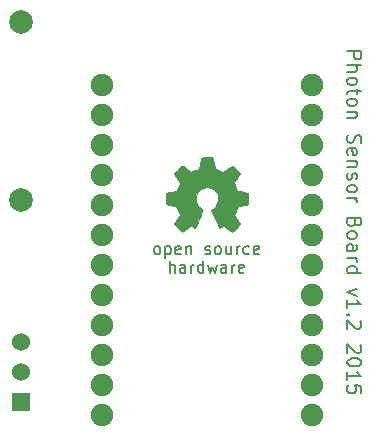
<source format=gts>
G04 #@! TF.FileFunction,Soldermask,Top*
%FSLAX46Y46*%
G04 Gerber Fmt 4.6, Leading zero omitted, Abs format (unit mm)*
G04 Created by KiCad (PCBNEW (2015-11-24 BZR 6329, Git e511afd)-product) date Die 01 Dez 2015 10:43:08 CET*
%MOMM*%
G01*
G04 APERTURE LIST*
%ADD10C,0.150000*%
%ADD11C,0.200000*%
%ADD12C,0.002540*%
%ADD13C,1.900000*%
%ADD14R,1.524000X1.524000*%
%ADD15C,1.524000*%
%ADD16C,1.998980*%
G04 APERTURE END LIST*
D10*
D11*
X141951143Y-75966858D02*
X143151143Y-75966858D01*
X143151143Y-76424001D01*
X143094000Y-76538287D01*
X143036857Y-76595430D01*
X142922571Y-76652573D01*
X142751143Y-76652573D01*
X142636857Y-76595430D01*
X142579714Y-76538287D01*
X142522571Y-76424001D01*
X142522571Y-75966858D01*
X141951143Y-77166858D02*
X143151143Y-77166858D01*
X141951143Y-77681144D02*
X142579714Y-77681144D01*
X142694000Y-77624001D01*
X142751143Y-77509715D01*
X142751143Y-77338287D01*
X142694000Y-77224001D01*
X142636857Y-77166858D01*
X141951143Y-78424001D02*
X142008286Y-78309715D01*
X142065429Y-78252572D01*
X142179714Y-78195429D01*
X142522571Y-78195429D01*
X142636857Y-78252572D01*
X142694000Y-78309715D01*
X142751143Y-78424001D01*
X142751143Y-78595429D01*
X142694000Y-78709715D01*
X142636857Y-78766858D01*
X142522571Y-78824001D01*
X142179714Y-78824001D01*
X142065429Y-78766858D01*
X142008286Y-78709715D01*
X141951143Y-78595429D01*
X141951143Y-78424001D01*
X142751143Y-79166858D02*
X142751143Y-79624001D01*
X143151143Y-79338286D02*
X142122571Y-79338286D01*
X142008286Y-79395429D01*
X141951143Y-79509715D01*
X141951143Y-79624001D01*
X141951143Y-80195429D02*
X142008286Y-80081143D01*
X142065429Y-80024000D01*
X142179714Y-79966857D01*
X142522571Y-79966857D01*
X142636857Y-80024000D01*
X142694000Y-80081143D01*
X142751143Y-80195429D01*
X142751143Y-80366857D01*
X142694000Y-80481143D01*
X142636857Y-80538286D01*
X142522571Y-80595429D01*
X142179714Y-80595429D01*
X142065429Y-80538286D01*
X142008286Y-80481143D01*
X141951143Y-80366857D01*
X141951143Y-80195429D01*
X142751143Y-81109714D02*
X141951143Y-81109714D01*
X142636857Y-81109714D02*
X142694000Y-81166857D01*
X142751143Y-81281143D01*
X142751143Y-81452571D01*
X142694000Y-81566857D01*
X142579714Y-81624000D01*
X141951143Y-81624000D01*
X142008286Y-83052571D02*
X141951143Y-83224000D01*
X141951143Y-83509714D01*
X142008286Y-83624000D01*
X142065429Y-83681143D01*
X142179714Y-83738286D01*
X142294000Y-83738286D01*
X142408286Y-83681143D01*
X142465429Y-83624000D01*
X142522571Y-83509714D01*
X142579714Y-83281143D01*
X142636857Y-83166857D01*
X142694000Y-83109714D01*
X142808286Y-83052571D01*
X142922571Y-83052571D01*
X143036857Y-83109714D01*
X143094000Y-83166857D01*
X143151143Y-83281143D01*
X143151143Y-83566857D01*
X143094000Y-83738286D01*
X142008286Y-84709714D02*
X141951143Y-84595428D01*
X141951143Y-84366857D01*
X142008286Y-84252571D01*
X142122571Y-84195428D01*
X142579714Y-84195428D01*
X142694000Y-84252571D01*
X142751143Y-84366857D01*
X142751143Y-84595428D01*
X142694000Y-84709714D01*
X142579714Y-84766857D01*
X142465429Y-84766857D01*
X142351143Y-84195428D01*
X142751143Y-85281142D02*
X141951143Y-85281142D01*
X142636857Y-85281142D02*
X142694000Y-85338285D01*
X142751143Y-85452571D01*
X142751143Y-85623999D01*
X142694000Y-85738285D01*
X142579714Y-85795428D01*
X141951143Y-85795428D01*
X142008286Y-86309713D02*
X141951143Y-86423999D01*
X141951143Y-86652571D01*
X142008286Y-86766856D01*
X142122571Y-86823999D01*
X142179714Y-86823999D01*
X142294000Y-86766856D01*
X142351143Y-86652571D01*
X142351143Y-86481142D01*
X142408286Y-86366856D01*
X142522571Y-86309713D01*
X142579714Y-86309713D01*
X142694000Y-86366856D01*
X142751143Y-86481142D01*
X142751143Y-86652571D01*
X142694000Y-86766856D01*
X141951143Y-87509714D02*
X142008286Y-87395428D01*
X142065429Y-87338285D01*
X142179714Y-87281142D01*
X142522571Y-87281142D01*
X142636857Y-87338285D01*
X142694000Y-87395428D01*
X142751143Y-87509714D01*
X142751143Y-87681142D01*
X142694000Y-87795428D01*
X142636857Y-87852571D01*
X142522571Y-87909714D01*
X142179714Y-87909714D01*
X142065429Y-87852571D01*
X142008286Y-87795428D01*
X141951143Y-87681142D01*
X141951143Y-87509714D01*
X141951143Y-88423999D02*
X142751143Y-88423999D01*
X142522571Y-88423999D02*
X142636857Y-88481142D01*
X142694000Y-88538285D01*
X142751143Y-88652571D01*
X142751143Y-88766856D01*
X142579714Y-90481142D02*
X142522571Y-90652571D01*
X142465429Y-90709714D01*
X142351143Y-90766857D01*
X142179714Y-90766857D01*
X142065429Y-90709714D01*
X142008286Y-90652571D01*
X141951143Y-90538285D01*
X141951143Y-90081142D01*
X143151143Y-90081142D01*
X143151143Y-90481142D01*
X143094000Y-90595428D01*
X143036857Y-90652571D01*
X142922571Y-90709714D01*
X142808286Y-90709714D01*
X142694000Y-90652571D01*
X142636857Y-90595428D01*
X142579714Y-90481142D01*
X142579714Y-90081142D01*
X141951143Y-91452571D02*
X142008286Y-91338285D01*
X142065429Y-91281142D01*
X142179714Y-91223999D01*
X142522571Y-91223999D01*
X142636857Y-91281142D01*
X142694000Y-91338285D01*
X142751143Y-91452571D01*
X142751143Y-91623999D01*
X142694000Y-91738285D01*
X142636857Y-91795428D01*
X142522571Y-91852571D01*
X142179714Y-91852571D01*
X142065429Y-91795428D01*
X142008286Y-91738285D01*
X141951143Y-91623999D01*
X141951143Y-91452571D01*
X141951143Y-92881142D02*
X142579714Y-92881142D01*
X142694000Y-92823999D01*
X142751143Y-92709713D01*
X142751143Y-92481142D01*
X142694000Y-92366856D01*
X142008286Y-92881142D02*
X141951143Y-92766856D01*
X141951143Y-92481142D01*
X142008286Y-92366856D01*
X142122571Y-92309713D01*
X142236857Y-92309713D01*
X142351143Y-92366856D01*
X142408286Y-92481142D01*
X142408286Y-92766856D01*
X142465429Y-92881142D01*
X141951143Y-93452570D02*
X142751143Y-93452570D01*
X142522571Y-93452570D02*
X142636857Y-93509713D01*
X142694000Y-93566856D01*
X142751143Y-93681142D01*
X142751143Y-93795427D01*
X141951143Y-94709713D02*
X143151143Y-94709713D01*
X142008286Y-94709713D02*
X141951143Y-94595427D01*
X141951143Y-94366856D01*
X142008286Y-94252570D01*
X142065429Y-94195427D01*
X142179714Y-94138284D01*
X142522571Y-94138284D01*
X142636857Y-94195427D01*
X142694000Y-94252570D01*
X142751143Y-94366856D01*
X142751143Y-94595427D01*
X142694000Y-94709713D01*
X142751143Y-96081142D02*
X141951143Y-96366856D01*
X142751143Y-96652570D01*
X141951143Y-97738285D02*
X141951143Y-97052570D01*
X141951143Y-97395428D02*
X143151143Y-97395428D01*
X142979714Y-97281142D01*
X142865429Y-97166856D01*
X142808286Y-97052570D01*
X142065429Y-98252570D02*
X142008286Y-98309713D01*
X141951143Y-98252570D01*
X142008286Y-98195427D01*
X142065429Y-98252570D01*
X141951143Y-98252570D01*
X143036857Y-98766856D02*
X143094000Y-98823999D01*
X143151143Y-98938285D01*
X143151143Y-99223999D01*
X143094000Y-99338285D01*
X143036857Y-99395428D01*
X142922571Y-99452571D01*
X142808286Y-99452571D01*
X142636857Y-99395428D01*
X141951143Y-98709714D01*
X141951143Y-99452571D01*
X143036857Y-100823999D02*
X143094000Y-100881142D01*
X143151143Y-100995428D01*
X143151143Y-101281142D01*
X143094000Y-101395428D01*
X143036857Y-101452571D01*
X142922571Y-101509714D01*
X142808286Y-101509714D01*
X142636857Y-101452571D01*
X141951143Y-100766857D01*
X141951143Y-101509714D01*
X143151143Y-102252571D02*
X143151143Y-102366856D01*
X143094000Y-102481142D01*
X143036857Y-102538285D01*
X142922571Y-102595428D01*
X142694000Y-102652571D01*
X142408286Y-102652571D01*
X142179714Y-102595428D01*
X142065429Y-102538285D01*
X142008286Y-102481142D01*
X141951143Y-102366856D01*
X141951143Y-102252571D01*
X142008286Y-102138285D01*
X142065429Y-102081142D01*
X142179714Y-102023999D01*
X142408286Y-101966856D01*
X142694000Y-101966856D01*
X142922571Y-102023999D01*
X143036857Y-102081142D01*
X143094000Y-102138285D01*
X143151143Y-102252571D01*
X141951143Y-103795428D02*
X141951143Y-103109713D01*
X141951143Y-103452571D02*
X143151143Y-103452571D01*
X142979714Y-103338285D01*
X142865429Y-103223999D01*
X142808286Y-103109713D01*
X143151143Y-104881142D02*
X143151143Y-104309713D01*
X142579714Y-104252570D01*
X142636857Y-104309713D01*
X142694000Y-104423999D01*
X142694000Y-104709713D01*
X142636857Y-104823999D01*
X142579714Y-104881142D01*
X142465429Y-104938285D01*
X142179714Y-104938285D01*
X142065429Y-104881142D01*
X142008286Y-104823999D01*
X141951143Y-104709713D01*
X141951143Y-104423999D01*
X142008286Y-104309713D01*
X142065429Y-104252570D01*
D10*
X125786094Y-93149381D02*
X125690856Y-93101762D01*
X125643237Y-93054143D01*
X125595618Y-92958905D01*
X125595618Y-92673190D01*
X125643237Y-92577952D01*
X125690856Y-92530333D01*
X125786094Y-92482714D01*
X125928952Y-92482714D01*
X126024190Y-92530333D01*
X126071809Y-92577952D01*
X126119428Y-92673190D01*
X126119428Y-92958905D01*
X126071809Y-93054143D01*
X126024190Y-93101762D01*
X125928952Y-93149381D01*
X125786094Y-93149381D01*
X126547999Y-92482714D02*
X126547999Y-93482714D01*
X126547999Y-92530333D02*
X126643237Y-92482714D01*
X126833714Y-92482714D01*
X126928952Y-92530333D01*
X126976571Y-92577952D01*
X127024190Y-92673190D01*
X127024190Y-92958905D01*
X126976571Y-93054143D01*
X126928952Y-93101762D01*
X126833714Y-93149381D01*
X126643237Y-93149381D01*
X126547999Y-93101762D01*
X127833714Y-93101762D02*
X127738476Y-93149381D01*
X127547999Y-93149381D01*
X127452761Y-93101762D01*
X127405142Y-93006524D01*
X127405142Y-92625571D01*
X127452761Y-92530333D01*
X127547999Y-92482714D01*
X127738476Y-92482714D01*
X127833714Y-92530333D01*
X127881333Y-92625571D01*
X127881333Y-92720810D01*
X127405142Y-92816048D01*
X128309904Y-92482714D02*
X128309904Y-93149381D01*
X128309904Y-92577952D02*
X128357523Y-92530333D01*
X128452761Y-92482714D01*
X128595619Y-92482714D01*
X128690857Y-92530333D01*
X128738476Y-92625571D01*
X128738476Y-93149381D01*
X129928952Y-93101762D02*
X130024190Y-93149381D01*
X130214666Y-93149381D01*
X130309905Y-93101762D01*
X130357524Y-93006524D01*
X130357524Y-92958905D01*
X130309905Y-92863667D01*
X130214666Y-92816048D01*
X130071809Y-92816048D01*
X129976571Y-92768429D01*
X129928952Y-92673190D01*
X129928952Y-92625571D01*
X129976571Y-92530333D01*
X130071809Y-92482714D01*
X130214666Y-92482714D01*
X130309905Y-92530333D01*
X130928952Y-93149381D02*
X130833714Y-93101762D01*
X130786095Y-93054143D01*
X130738476Y-92958905D01*
X130738476Y-92673190D01*
X130786095Y-92577952D01*
X130833714Y-92530333D01*
X130928952Y-92482714D01*
X131071810Y-92482714D01*
X131167048Y-92530333D01*
X131214667Y-92577952D01*
X131262286Y-92673190D01*
X131262286Y-92958905D01*
X131214667Y-93054143D01*
X131167048Y-93101762D01*
X131071810Y-93149381D01*
X130928952Y-93149381D01*
X132119429Y-92482714D02*
X132119429Y-93149381D01*
X131690857Y-92482714D02*
X131690857Y-93006524D01*
X131738476Y-93101762D01*
X131833714Y-93149381D01*
X131976572Y-93149381D01*
X132071810Y-93101762D01*
X132119429Y-93054143D01*
X132595619Y-93149381D02*
X132595619Y-92482714D01*
X132595619Y-92673190D02*
X132643238Y-92577952D01*
X132690857Y-92530333D01*
X132786095Y-92482714D01*
X132881334Y-92482714D01*
X133643239Y-93101762D02*
X133548001Y-93149381D01*
X133357524Y-93149381D01*
X133262286Y-93101762D01*
X133214667Y-93054143D01*
X133167048Y-92958905D01*
X133167048Y-92673190D01*
X133214667Y-92577952D01*
X133262286Y-92530333D01*
X133357524Y-92482714D01*
X133548001Y-92482714D01*
X133643239Y-92530333D01*
X134452763Y-93101762D02*
X134357525Y-93149381D01*
X134167048Y-93149381D01*
X134071810Y-93101762D01*
X134024191Y-93006524D01*
X134024191Y-92625571D01*
X134071810Y-92530333D01*
X134167048Y-92482714D01*
X134357525Y-92482714D01*
X134452763Y-92530333D01*
X134500382Y-92625571D01*
X134500382Y-92720810D01*
X134024191Y-92816048D01*
X126905142Y-94699381D02*
X126905142Y-93699381D01*
X127333714Y-94699381D02*
X127333714Y-94175571D01*
X127286095Y-94080333D01*
X127190857Y-94032714D01*
X127047999Y-94032714D01*
X126952761Y-94080333D01*
X126905142Y-94127952D01*
X128238476Y-94699381D02*
X128238476Y-94175571D01*
X128190857Y-94080333D01*
X128095619Y-94032714D01*
X127905142Y-94032714D01*
X127809904Y-94080333D01*
X128238476Y-94651762D02*
X128143238Y-94699381D01*
X127905142Y-94699381D01*
X127809904Y-94651762D01*
X127762285Y-94556524D01*
X127762285Y-94461286D01*
X127809904Y-94366048D01*
X127905142Y-94318429D01*
X128143238Y-94318429D01*
X128238476Y-94270810D01*
X128714666Y-94699381D02*
X128714666Y-94032714D01*
X128714666Y-94223190D02*
X128762285Y-94127952D01*
X128809904Y-94080333D01*
X128905142Y-94032714D01*
X129000381Y-94032714D01*
X129762286Y-94699381D02*
X129762286Y-93699381D01*
X129762286Y-94651762D02*
X129667048Y-94699381D01*
X129476571Y-94699381D01*
X129381333Y-94651762D01*
X129333714Y-94604143D01*
X129286095Y-94508905D01*
X129286095Y-94223190D01*
X129333714Y-94127952D01*
X129381333Y-94080333D01*
X129476571Y-94032714D01*
X129667048Y-94032714D01*
X129762286Y-94080333D01*
X130143238Y-94032714D02*
X130333714Y-94699381D01*
X130524191Y-94223190D01*
X130714667Y-94699381D01*
X130905143Y-94032714D01*
X131714667Y-94699381D02*
X131714667Y-94175571D01*
X131667048Y-94080333D01*
X131571810Y-94032714D01*
X131381333Y-94032714D01*
X131286095Y-94080333D01*
X131714667Y-94651762D02*
X131619429Y-94699381D01*
X131381333Y-94699381D01*
X131286095Y-94651762D01*
X131238476Y-94556524D01*
X131238476Y-94461286D01*
X131286095Y-94366048D01*
X131381333Y-94318429D01*
X131619429Y-94318429D01*
X131714667Y-94270810D01*
X132190857Y-94699381D02*
X132190857Y-94032714D01*
X132190857Y-94223190D02*
X132238476Y-94127952D01*
X132286095Y-94080333D01*
X132381333Y-94032714D01*
X132476572Y-94032714D01*
X133190858Y-94651762D02*
X133095620Y-94699381D01*
X132905143Y-94699381D01*
X132809905Y-94651762D01*
X132762286Y-94556524D01*
X132762286Y-94175571D01*
X132809905Y-94080333D01*
X132905143Y-94032714D01*
X133095620Y-94032714D01*
X133190858Y-94080333D01*
X133238477Y-94175571D01*
X133238477Y-94270810D01*
X132762286Y-94366048D01*
D12*
G36*
X127959100Y-91236520D02*
X127994660Y-91216200D01*
X128078480Y-91165400D01*
X128195320Y-91089200D01*
X128332480Y-90995220D01*
X128472180Y-90901240D01*
X128583940Y-90825040D01*
X128665220Y-90774240D01*
X128698240Y-90756460D01*
X128716020Y-90761540D01*
X128782060Y-90794560D01*
X128878580Y-90842820D01*
X128931920Y-90873300D01*
X129020820Y-90911400D01*
X129064000Y-90919020D01*
X129071620Y-90906320D01*
X129104640Y-90837740D01*
X129155440Y-90723440D01*
X129221480Y-90573580D01*
X129295140Y-90395780D01*
X129376420Y-90202740D01*
X129457700Y-90007160D01*
X129536440Y-89821740D01*
X129605020Y-89654100D01*
X129658360Y-89516940D01*
X129696460Y-89422960D01*
X129709160Y-89382320D01*
X129704080Y-89374700D01*
X129660900Y-89331520D01*
X129584700Y-89273100D01*
X129419600Y-89138480D01*
X129254500Y-88935280D01*
X129155440Y-88704140D01*
X129122420Y-88445060D01*
X129150360Y-88206300D01*
X129244340Y-87977700D01*
X129404360Y-87771960D01*
X129597400Y-87619560D01*
X129826000Y-87520500D01*
X130080000Y-87490020D01*
X130323840Y-87517960D01*
X130557520Y-87609400D01*
X130763260Y-87766880D01*
X130852160Y-87868480D01*
X130971540Y-88076760D01*
X131040120Y-88300280D01*
X131047740Y-88356160D01*
X131037580Y-88602540D01*
X130963920Y-88838760D01*
X130834380Y-89049580D01*
X130654040Y-89222300D01*
X130631180Y-89237540D01*
X130547360Y-89301040D01*
X130491480Y-89344220D01*
X130448300Y-89379780D01*
X130760720Y-90131620D01*
X130811520Y-90253540D01*
X130897880Y-90459280D01*
X130974080Y-90637080D01*
X131032500Y-90776780D01*
X131075680Y-90870760D01*
X131093460Y-90908860D01*
X131096000Y-90911400D01*
X131123940Y-90916480D01*
X131179820Y-90896160D01*
X131286500Y-90845360D01*
X131355080Y-90809800D01*
X131436360Y-90769160D01*
X131471920Y-90756460D01*
X131502400Y-90771700D01*
X131578600Y-90822500D01*
X131690360Y-90896160D01*
X131824980Y-90987600D01*
X131954520Y-91076500D01*
X132071360Y-91152700D01*
X132157720Y-91208580D01*
X132198360Y-91231440D01*
X132205980Y-91231440D01*
X132244080Y-91211120D01*
X132310120Y-91152700D01*
X132414260Y-91056180D01*
X132559040Y-90913940D01*
X132581900Y-90891080D01*
X132701280Y-90769160D01*
X132797800Y-90667560D01*
X132861300Y-90596440D01*
X132886700Y-90563420D01*
X132886700Y-90563420D01*
X132863840Y-90522780D01*
X132810500Y-90436420D01*
X132731760Y-90317040D01*
X132635240Y-90177340D01*
X132386320Y-89814120D01*
X132523480Y-89471220D01*
X132566660Y-89367080D01*
X132620000Y-89240080D01*
X132658100Y-89148640D01*
X132678420Y-89110540D01*
X132716520Y-89095300D01*
X132810500Y-89074980D01*
X132945120Y-89047040D01*
X133107680Y-89016560D01*
X133262620Y-88986080D01*
X133402320Y-88960680D01*
X133501380Y-88940360D01*
X133547100Y-88932740D01*
X133557260Y-88925120D01*
X133567420Y-88904800D01*
X133572500Y-88856540D01*
X133577580Y-88772720D01*
X133577580Y-88638100D01*
X133577580Y-88445060D01*
X133577580Y-88424740D01*
X133577580Y-88239320D01*
X133572500Y-88094540D01*
X133567420Y-87998020D01*
X133562340Y-87959920D01*
X133562340Y-87959920D01*
X133519160Y-87949760D01*
X133420100Y-87929440D01*
X133280400Y-87901500D01*
X133115300Y-87871020D01*
X133105140Y-87868480D01*
X132937500Y-87835460D01*
X132800340Y-87807520D01*
X132703820Y-87784660D01*
X132660640Y-87771960D01*
X132653020Y-87761800D01*
X132620000Y-87695760D01*
X132571740Y-87594160D01*
X132518400Y-87467160D01*
X132462520Y-87337620D01*
X132416800Y-87220780D01*
X132386320Y-87134420D01*
X132376160Y-87093780D01*
X132376160Y-87093780D01*
X132401560Y-87053140D01*
X132457440Y-86969320D01*
X132538720Y-86849940D01*
X132635240Y-86707700D01*
X132642860Y-86697540D01*
X132736840Y-86557840D01*
X132815580Y-86438460D01*
X132866380Y-86354640D01*
X132886700Y-86316540D01*
X132884160Y-86314000D01*
X132853680Y-86273360D01*
X132782560Y-86192080D01*
X132680960Y-86085400D01*
X132556500Y-85963480D01*
X132518400Y-85925380D01*
X132383780Y-85790760D01*
X132287260Y-85704400D01*
X132228840Y-85658680D01*
X132200900Y-85648520D01*
X132200900Y-85648520D01*
X132157720Y-85673920D01*
X132068820Y-85732340D01*
X131949440Y-85813620D01*
X131807200Y-85910140D01*
X131797040Y-85915220D01*
X131657340Y-86011740D01*
X131540500Y-86090480D01*
X131459220Y-86146360D01*
X131423660Y-86166680D01*
X131416040Y-86166680D01*
X131360160Y-86151440D01*
X131261100Y-86115880D01*
X131136640Y-86067620D01*
X131007100Y-86016820D01*
X130890260Y-85966020D01*
X130801360Y-85925380D01*
X130760720Y-85902520D01*
X130758180Y-85899980D01*
X130745480Y-85849180D01*
X130720080Y-85745040D01*
X130689600Y-85600260D01*
X130659120Y-85430080D01*
X130654040Y-85402140D01*
X130621020Y-85237040D01*
X130595620Y-85097340D01*
X130575300Y-85003360D01*
X130565140Y-84962720D01*
X130542280Y-84957640D01*
X130461000Y-84952560D01*
X130336540Y-84950020D01*
X130184140Y-84947480D01*
X130026660Y-84947480D01*
X129871720Y-84952560D01*
X129739640Y-84957640D01*
X129645660Y-84962720D01*
X129607560Y-84970340D01*
X129605020Y-84972880D01*
X129589780Y-85023680D01*
X129566920Y-85130360D01*
X129538980Y-85275140D01*
X129505960Y-85445320D01*
X129500880Y-85475800D01*
X129467860Y-85643440D01*
X129439920Y-85780600D01*
X129419600Y-85872040D01*
X129409440Y-85910140D01*
X129394200Y-85917760D01*
X129325620Y-85948240D01*
X129213860Y-85993960D01*
X129076700Y-86049840D01*
X128756660Y-86179380D01*
X128362960Y-85910140D01*
X128327400Y-85887280D01*
X128185160Y-85790760D01*
X128070860Y-85712020D01*
X127989580Y-85661220D01*
X127956560Y-85640900D01*
X127954020Y-85643440D01*
X127913380Y-85676460D01*
X127834640Y-85750120D01*
X127730500Y-85854260D01*
X127606040Y-85976180D01*
X127514600Y-86067620D01*
X127405380Y-86179380D01*
X127336800Y-86253040D01*
X127301240Y-86301300D01*
X127286000Y-86329240D01*
X127291080Y-86347020D01*
X127316480Y-86387660D01*
X127372360Y-86474020D01*
X127453640Y-86593400D01*
X127550160Y-86733100D01*
X127628900Y-86849940D01*
X127712720Y-86982020D01*
X127768600Y-87076000D01*
X127788920Y-87121720D01*
X127783840Y-87139500D01*
X127755900Y-87218240D01*
X127710180Y-87332540D01*
X127649220Y-87472240D01*
X127514600Y-87782120D01*
X127308860Y-87822760D01*
X127186940Y-87845620D01*
X127014220Y-87878640D01*
X126849120Y-87911660D01*
X126590040Y-87959920D01*
X126579880Y-88907340D01*
X126620520Y-88925120D01*
X126658620Y-88935280D01*
X126755140Y-88955600D01*
X126892300Y-88983540D01*
X127052320Y-89014020D01*
X127189480Y-89039420D01*
X127326640Y-89067360D01*
X127425700Y-89085140D01*
X127471420Y-89095300D01*
X127481580Y-89110540D01*
X127517140Y-89176580D01*
X127565400Y-89283260D01*
X127621280Y-89410260D01*
X127677160Y-89544880D01*
X127725420Y-89666800D01*
X127758440Y-89760780D01*
X127771140Y-89809040D01*
X127753360Y-89844600D01*
X127700020Y-89925880D01*
X127623820Y-90042720D01*
X127529840Y-90179880D01*
X127435860Y-90317040D01*
X127357120Y-90433880D01*
X127301240Y-90517700D01*
X127278380Y-90555800D01*
X127291080Y-90583740D01*
X127344420Y-90649780D01*
X127448560Y-90756460D01*
X127603500Y-90908860D01*
X127628900Y-90934260D01*
X127750820Y-91051100D01*
X127854960Y-91147620D01*
X127926080Y-91211120D01*
X127959100Y-91236520D01*
X127959100Y-91236520D01*
G37*
X127959100Y-91236520D02*
X127994660Y-91216200D01*
X128078480Y-91165400D01*
X128195320Y-91089200D01*
X128332480Y-90995220D01*
X128472180Y-90901240D01*
X128583940Y-90825040D01*
X128665220Y-90774240D01*
X128698240Y-90756460D01*
X128716020Y-90761540D01*
X128782060Y-90794560D01*
X128878580Y-90842820D01*
X128931920Y-90873300D01*
X129020820Y-90911400D01*
X129064000Y-90919020D01*
X129071620Y-90906320D01*
X129104640Y-90837740D01*
X129155440Y-90723440D01*
X129221480Y-90573580D01*
X129295140Y-90395780D01*
X129376420Y-90202740D01*
X129457700Y-90007160D01*
X129536440Y-89821740D01*
X129605020Y-89654100D01*
X129658360Y-89516940D01*
X129696460Y-89422960D01*
X129709160Y-89382320D01*
X129704080Y-89374700D01*
X129660900Y-89331520D01*
X129584700Y-89273100D01*
X129419600Y-89138480D01*
X129254500Y-88935280D01*
X129155440Y-88704140D01*
X129122420Y-88445060D01*
X129150360Y-88206300D01*
X129244340Y-87977700D01*
X129404360Y-87771960D01*
X129597400Y-87619560D01*
X129826000Y-87520500D01*
X130080000Y-87490020D01*
X130323840Y-87517960D01*
X130557520Y-87609400D01*
X130763260Y-87766880D01*
X130852160Y-87868480D01*
X130971540Y-88076760D01*
X131040120Y-88300280D01*
X131047740Y-88356160D01*
X131037580Y-88602540D01*
X130963920Y-88838760D01*
X130834380Y-89049580D01*
X130654040Y-89222300D01*
X130631180Y-89237540D01*
X130547360Y-89301040D01*
X130491480Y-89344220D01*
X130448300Y-89379780D01*
X130760720Y-90131620D01*
X130811520Y-90253540D01*
X130897880Y-90459280D01*
X130974080Y-90637080D01*
X131032500Y-90776780D01*
X131075680Y-90870760D01*
X131093460Y-90908860D01*
X131096000Y-90911400D01*
X131123940Y-90916480D01*
X131179820Y-90896160D01*
X131286500Y-90845360D01*
X131355080Y-90809800D01*
X131436360Y-90769160D01*
X131471920Y-90756460D01*
X131502400Y-90771700D01*
X131578600Y-90822500D01*
X131690360Y-90896160D01*
X131824980Y-90987600D01*
X131954520Y-91076500D01*
X132071360Y-91152700D01*
X132157720Y-91208580D01*
X132198360Y-91231440D01*
X132205980Y-91231440D01*
X132244080Y-91211120D01*
X132310120Y-91152700D01*
X132414260Y-91056180D01*
X132559040Y-90913940D01*
X132581900Y-90891080D01*
X132701280Y-90769160D01*
X132797800Y-90667560D01*
X132861300Y-90596440D01*
X132886700Y-90563420D01*
X132886700Y-90563420D01*
X132863840Y-90522780D01*
X132810500Y-90436420D01*
X132731760Y-90317040D01*
X132635240Y-90177340D01*
X132386320Y-89814120D01*
X132523480Y-89471220D01*
X132566660Y-89367080D01*
X132620000Y-89240080D01*
X132658100Y-89148640D01*
X132678420Y-89110540D01*
X132716520Y-89095300D01*
X132810500Y-89074980D01*
X132945120Y-89047040D01*
X133107680Y-89016560D01*
X133262620Y-88986080D01*
X133402320Y-88960680D01*
X133501380Y-88940360D01*
X133547100Y-88932740D01*
X133557260Y-88925120D01*
X133567420Y-88904800D01*
X133572500Y-88856540D01*
X133577580Y-88772720D01*
X133577580Y-88638100D01*
X133577580Y-88445060D01*
X133577580Y-88424740D01*
X133577580Y-88239320D01*
X133572500Y-88094540D01*
X133567420Y-87998020D01*
X133562340Y-87959920D01*
X133562340Y-87959920D01*
X133519160Y-87949760D01*
X133420100Y-87929440D01*
X133280400Y-87901500D01*
X133115300Y-87871020D01*
X133105140Y-87868480D01*
X132937500Y-87835460D01*
X132800340Y-87807520D01*
X132703820Y-87784660D01*
X132660640Y-87771960D01*
X132653020Y-87761800D01*
X132620000Y-87695760D01*
X132571740Y-87594160D01*
X132518400Y-87467160D01*
X132462520Y-87337620D01*
X132416800Y-87220780D01*
X132386320Y-87134420D01*
X132376160Y-87093780D01*
X132376160Y-87093780D01*
X132401560Y-87053140D01*
X132457440Y-86969320D01*
X132538720Y-86849940D01*
X132635240Y-86707700D01*
X132642860Y-86697540D01*
X132736840Y-86557840D01*
X132815580Y-86438460D01*
X132866380Y-86354640D01*
X132886700Y-86316540D01*
X132884160Y-86314000D01*
X132853680Y-86273360D01*
X132782560Y-86192080D01*
X132680960Y-86085400D01*
X132556500Y-85963480D01*
X132518400Y-85925380D01*
X132383780Y-85790760D01*
X132287260Y-85704400D01*
X132228840Y-85658680D01*
X132200900Y-85648520D01*
X132200900Y-85648520D01*
X132157720Y-85673920D01*
X132068820Y-85732340D01*
X131949440Y-85813620D01*
X131807200Y-85910140D01*
X131797040Y-85915220D01*
X131657340Y-86011740D01*
X131540500Y-86090480D01*
X131459220Y-86146360D01*
X131423660Y-86166680D01*
X131416040Y-86166680D01*
X131360160Y-86151440D01*
X131261100Y-86115880D01*
X131136640Y-86067620D01*
X131007100Y-86016820D01*
X130890260Y-85966020D01*
X130801360Y-85925380D01*
X130760720Y-85902520D01*
X130758180Y-85899980D01*
X130745480Y-85849180D01*
X130720080Y-85745040D01*
X130689600Y-85600260D01*
X130659120Y-85430080D01*
X130654040Y-85402140D01*
X130621020Y-85237040D01*
X130595620Y-85097340D01*
X130575300Y-85003360D01*
X130565140Y-84962720D01*
X130542280Y-84957640D01*
X130461000Y-84952560D01*
X130336540Y-84950020D01*
X130184140Y-84947480D01*
X130026660Y-84947480D01*
X129871720Y-84952560D01*
X129739640Y-84957640D01*
X129645660Y-84962720D01*
X129607560Y-84970340D01*
X129605020Y-84972880D01*
X129589780Y-85023680D01*
X129566920Y-85130360D01*
X129538980Y-85275140D01*
X129505960Y-85445320D01*
X129500880Y-85475800D01*
X129467860Y-85643440D01*
X129439920Y-85780600D01*
X129419600Y-85872040D01*
X129409440Y-85910140D01*
X129394200Y-85917760D01*
X129325620Y-85948240D01*
X129213860Y-85993960D01*
X129076700Y-86049840D01*
X128756660Y-86179380D01*
X128362960Y-85910140D01*
X128327400Y-85887280D01*
X128185160Y-85790760D01*
X128070860Y-85712020D01*
X127989580Y-85661220D01*
X127956560Y-85640900D01*
X127954020Y-85643440D01*
X127913380Y-85676460D01*
X127834640Y-85750120D01*
X127730500Y-85854260D01*
X127606040Y-85976180D01*
X127514600Y-86067620D01*
X127405380Y-86179380D01*
X127336800Y-86253040D01*
X127301240Y-86301300D01*
X127286000Y-86329240D01*
X127291080Y-86347020D01*
X127316480Y-86387660D01*
X127372360Y-86474020D01*
X127453640Y-86593400D01*
X127550160Y-86733100D01*
X127628900Y-86849940D01*
X127712720Y-86982020D01*
X127768600Y-87076000D01*
X127788920Y-87121720D01*
X127783840Y-87139500D01*
X127755900Y-87218240D01*
X127710180Y-87332540D01*
X127649220Y-87472240D01*
X127514600Y-87782120D01*
X127308860Y-87822760D01*
X127186940Y-87845620D01*
X127014220Y-87878640D01*
X126849120Y-87911660D01*
X126590040Y-87959920D01*
X126579880Y-88907340D01*
X126620520Y-88925120D01*
X126658620Y-88935280D01*
X126755140Y-88955600D01*
X126892300Y-88983540D01*
X127052320Y-89014020D01*
X127189480Y-89039420D01*
X127326640Y-89067360D01*
X127425700Y-89085140D01*
X127471420Y-89095300D01*
X127481580Y-89110540D01*
X127517140Y-89176580D01*
X127565400Y-89283260D01*
X127621280Y-89410260D01*
X127677160Y-89544880D01*
X127725420Y-89666800D01*
X127758440Y-89760780D01*
X127771140Y-89809040D01*
X127753360Y-89844600D01*
X127700020Y-89925880D01*
X127623820Y-90042720D01*
X127529840Y-90179880D01*
X127435860Y-90317040D01*
X127357120Y-90433880D01*
X127301240Y-90517700D01*
X127278380Y-90555800D01*
X127291080Y-90583740D01*
X127344420Y-90649780D01*
X127448560Y-90756460D01*
X127603500Y-90908860D01*
X127628900Y-90934260D01*
X127750820Y-91051100D01*
X127854960Y-91147620D01*
X127926080Y-91211120D01*
X127959100Y-91236520D01*
D13*
X121190000Y-78852000D03*
X121190000Y-81392000D03*
X121190000Y-83932000D03*
X121190000Y-86472000D03*
X121190000Y-89012000D03*
X121190000Y-91552000D03*
X121190000Y-94092000D03*
X121190000Y-96632000D03*
X121190000Y-99172000D03*
X121190000Y-101712000D03*
X121190000Y-104252000D03*
X121190000Y-106792000D03*
X138970000Y-78852000D03*
X138970000Y-81392000D03*
X138970000Y-83932000D03*
X138970000Y-86472000D03*
X138970000Y-89012000D03*
X138970000Y-91552000D03*
X138970000Y-94092000D03*
X138970000Y-96632000D03*
X138970000Y-99172000D03*
X138970000Y-101712000D03*
X138970000Y-104252000D03*
X138970000Y-106792000D03*
D14*
X114300000Y-105664000D03*
D15*
X114300000Y-103124000D03*
X114300000Y-100584000D03*
D16*
X114300000Y-73526000D03*
X114300000Y-88526000D03*
M02*

</source>
